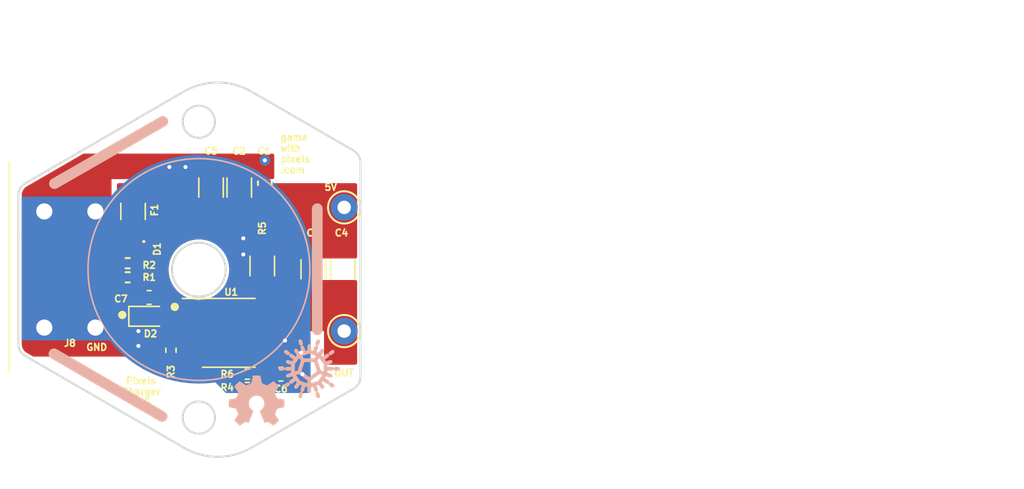
<source format=kicad_pcb>
(kicad_pcb (version 20211014) (generator pcbnew)
  (layers (0 "F.Cu" signal) (31 "B.Cu" signal) (34 "B.Paste" user) (35 "F.Paste" user) (36 "B.SilkS" user "B.Silkscreen") (37 "F.SilkS" user "F.Silkscreen") (38 "B.Mask" user) (39 "F.Mask" user) (44 "Edge.Cuts" user))
  (net 0 "")
  (net 1 "GND")
  (net 2 "VBUS")
  (net 3 "Net-(J8-PadA5)")
  (net 4 "Net-(J8-PadB5)")
  (net 5 "Net-(C3-Pad1)")
  (net 6 "+5V")
  (net 7 "Net-(C6-Pad2)")
  (net 8 "Net-(D2-Pad2)")
  (net 9 "Net-(R3-Pad1)")
  (net 10 "Net-(R3-Pad2)")
  (net 11 "GNDPWR")
  (footprint "Pixels-dice:USB-C-SMD_10P-P1.00-L6.8-W8.9" (layer "F.Cu") (at 140.3 101.52 180)
    (fp_text reference "J8" (at 0 -5.48) (layer "F.SilkS") (effects (font (size 0.5 0.5) (thickness 0.12))))
    (fp_text value "USB_C_Receptacle_USB2.0")
    (pad "A5" smd rect (at -2.05 0.5 270) (size 0.7 1.6) (layers "F.Cu" "F.Paste" "F.Mask") (net 3 "Net-(J8-PadA5)"))
    (pad "A9" smd rect (at -2.05 -1.52 270) (size 0.8 1.6) (layers "F.Cu" "F.Paste" "F.Mask") (net 2 "VBUS"))
    (pad "A12" smd rect (at -2.05 -2.75 270) (size 0.9 1.6) (layers "F.Cu" "F.Paste" "F.Mask") (net 1 "GND"))
    (pad "B5" smd rect (at -2.05 -0.5 270) (size 0.7 1.6) (layers "F.Cu" "F.Paste" "F.Mask") (net 4 "Net-(J8-PadB5)"))
    (pad "B9" smd rect (at -2.05 1.52 270) (size 0.8 1.6) (layers "F.Cu" "F.Paste" "F.Mask") (net 2 "VBUS"))
    (pad "B12" smd rect (at -2.05 2.75 270) (size 0.9 1.6) (layers "F.Cu" "F.Paste" "F.Mask") (net 1 "GND"))
    (pad "S1" thru_hole circle (at -1.9 4.32 180) (size 1.7 1.7) (drill 1.2) (layers *.Cu *.Mask) (net 1 "GND"))
    (pad "S1" thru_hole circle (at -1.9 -4.32 180) (size 1.7 1.7) (drill 1.2) (layers *.Cu *.Mask) (net 1 "GND"))
    (pad "S1" thru_hole circle (at 1.9 4.32 180) (size 1.7 1.7) (drill 1.2) (layers *.Cu *.Mask) (net 1 "GND"))
    (pad "S1" thru_hole circle (at 1.9 -4.32 180) (size 1.7 1.7) (drill 1.2) (layers *.Cu *.Mask) (net 1 "GND"))
  )
  (footprint "Resistor_SMD:R_0402_1005Metric" (layer "F.Cu") (at 144.6 101.05 180)
    (fp_text reference "R2" (at -1.6 -0.15 unlocked) (layer "F.SilkS") (effects (font (size 0.5 0.5) (thickness 0.12))))
    (fp_text value "5.1k 1%")
    (pad "1" smd roundrect locked (at -0.51 0 180) (size 0.54 0.64) (layers "F.Cu" "F.Paste" "F.Mask") (net 1 "GND"))
    (pad "2" smd roundrect locked (at 0.51 0 180) (size 0.54 0.64) (layers "F.Cu" "F.Paste" "F.Mask") (net 3 "Net-(J8-PadA5)"))
  )
  (footprint "TestPoint:TestPoint_THTPad_D2.0mm_Drill1.0mm" (layer "F.Cu") (at 160.7 96.9)
    (fp_text reference "J6" hide)
    (fp_text value "Coil B")
    (pad "1" thru_hole circle locked (at 0 0) (size 2 2) (drill 1) (layers *.Cu *.Mask) (net 6 "+5V"))
  )
  (footprint "TestPoint:TestPoint_THTPad_D2.0mm_Drill1.0mm" (layer "F.Cu") (at 160.7 106.1)
    (fp_text reference "J9" hide)
    (fp_text value "Coil A")
    (pad "1" thru_hole circle locked (at 0 0) (size 2 2) (drill 1) (layers *.Cu *.Mask) (net 5 "Net-(C3-Pad1)"))
  )
  (footprint "Capacitor_SMD:C_1206_3216Metric" (layer "F.Cu") (at 160.6 101.5 90)
    (fp_text reference "C4" (at 2.7 -0.1 180) (layer "F.SilkS") (effects (font (size 0.5 0.5) (thickness 0.12))))
    (fp_text value "56nF 50V NP0")
    (pad "1" smd roundrect (at -1.475 0 90) (size 1.15 1.8) (layers "F.Cu" "F.Paste" "F.Mask") (roundrect_rratio 0.2173913043) (net 5 "Net-(C3-Pad1)"))
    (pad "2" smd roundrect (at 1.475 0 90) (size 1.15 1.8) (layers "F.Cu" "F.Paste" "F.Mask") (roundrect_rratio 0.2173913043) (net 6 "+5V"))
  )
  (footprint "Capacitor_SMD:C_0603_1608Metric" (layer "F.Cu") (at 154.8 95.1 90)
    (fp_text reference "C1" (at 2.4 -0.05 unlocked) (layer "F.SilkS") (effects (font (size 0.5 0.5) (thickness 0.12))))
    (fp_text value "0.1uF 16V")
    (pad "1" smd roundrect (at -0.775 0 90) (size 0.9 0.95) (layers "F.Cu" "F.Paste" "F.Mask") (net 6 "+5V"))
    (pad "2" smd roundrect (at 0.775 0 90) (size 0.9 0.95) (layers "F.Cu" "F.Paste" "F.Mask") (net 1 "GND"))
  )
  (footprint "Capacitor_SMD:C_1206_3216Metric" (layer "F.Cu") (at 152.9 95.425 90)
    (fp_text reference "C2" (at 2.71 -0.02 unlocked) (layer "F.SilkS") (effects (font (size 0.5 0.5) (thickness 0.12))))
    (fp_text value "47uF 10V 20% X5R")
    (pad "1" smd roundrect (at -1.475 0 90) (size 1.15 1.8) (layers "F.Cu" "F.Paste" "F.Mask") (roundrect_rratio 0.2173913043) (net 6 "+5V"))
    (pad "2" smd roundrect (at 1.475 0 90) (size 1.15 1.8) (layers "F.Cu" "F.Paste" "F.Mask") (roundrect_rratio 0.2173913043) (net 1 "GND"))
  )
  (footprint "Resistor_SMD:R_0402_1005Metric" (layer "F.Cu") (at 153.5 110.3 180)
    (fp_text reference "R4" (at 1.5 0) (layer "F.SilkS") (effects (font (size 0.5 0.5) (thickness 0.12))))
    (fp_text value "120k 1%")
    (pad "1" smd roundrect (at -0.51 0 180) (size 0.54 0.64) (layers "F.Cu" "F.Paste" "F.Mask") (net 7 "Net-(C6-Pad2)"))
    (pad "2" smd roundrect (at 0.51 0 180) (size 0.54 0.64) (layers "F.Cu" "F.Paste" "F.Mask") (net 8 "Net-(D2-Pad2)"))
  )
  (footprint "Resistor_SMD:R_1206_3216Metric" (layer "F.Cu") (at 154.61 101.26 -90)
    (fp_text reference "R5" (at -2.8 0 90) (layer "F.SilkS") (effects (font (size 0.5 0.5) (thickness 0.12))))
    (fp_text value "0.4R")
    (pad "1" smd roundrect (at -1.4625 0 270) (size 1.125 1.75) (layers "F.Cu" "F.Paste" "F.Mask") (roundrect_rratio 0.2222222222) (net 1 "GND"))
    (pad "2" smd roundrect (at 1.4625 0 270) (size 1.125 1.75) (layers "F.Cu" "F.Paste" "F.Mask") (roundrect_rratio 0.2222222222) (net 11 "GNDPWR"))
  )
  (footprint "Resistor_SMD:R_0402_1005Metric" (layer "F.Cu") (at 144.6 102.1 180)
    (fp_text reference "R1" (at -1.6 0 unlocked) (layer "F.SilkS") (effects (font (size 0.5 0.5) (thickness 0.12))))
    (fp_text value "5.1k 1%")
    (pad "1" smd roundrect locked (at -0.51 0 180) (size 0.54 0.64) (layers "F.Cu" "F.Paste" "F.Mask") (net 1 "GND"))
    (pad "2" smd roundrect locked (at 0.51 0 180) (size 0.54 0.64) (layers "F.Cu" "F.Paste" "F.Mask") (net 4 "Net-(J8-PadB5)"))
  )
  (footprint "Resistor_SMD:R_0402_1005Metric" (layer "F.Cu") (at 147.82 107.525 90)
    (fp_text reference "R3" (at -1.6 0 90) (layer "F.SilkS") (effects (font (size 0.5 0.5) (thickness 0.12))))
    (fp_text value "250k 1%")
    (pad "1" smd roundrect (at -0.51 0 90) (size 0.54 0.64) (layers "F.Cu" "F.Paste" "F.Mask") (net 9 "Net-(R3-Pad1)"))
    (pad "2" smd roundrect (at 0.51 0 90) (size 0.54 0.64) (layers "F.Cu" "F.Paste" "F.Mask") (net 10 "Net-(R3-Pad2)"))
  )
  (footprint "Pixels-dice:DFN" (layer "F.Cu") (at 145.8 100.14 -90)
    (fp_text reference "D1" (at -0.14 -0.99 90) (layer "F.SilkS") (effects (font (size 0.5 0.5) (thickness 0.12))))
    (fp_text value "D_TVS")
    (pad "1" smd rect (at -0.325 0 270) (size 0.35 0.6) (layers "F.Cu" "F.Paste" "F.Mask") (net 2 "VBUS"))
    (pad "2" smd rect (at 0.325 0 270) (size 0.35 0.6) (layers "F.Cu" "F.Paste" "F.Mask") (net 1 "GND"))
  )
  (footprint "Pixels-dice:TEST_PIN" (layer "F.Cu") (at 160.7 108)
    (fp_text reference "W6" hide)
    (fp_text value "OUT" (at 0 1.2) (layer "F.SilkS") (effects (font (size 0.5 0.5) (thickness 0.12))))
    (pad "1" smd circle (at 0 0) (size 1 1) (layers "F.Cu" "F.Mask") (net 5 "Net-(C3-Pad1)"))
  )
  (footprint "Pixels-dice:SOIC-8_3.9x4.9mm_P1.27mm" (layer "F.Cu") (at 152.12 106.23 -90)
    (fp_text reference "U1" (at -3.03 -0.18) (layer "F.SilkS") (effects (font (size 0.5 0.5) (thickness 0.12))))
    (fp_text value "XKT520")
    (pad "1" smd roundrect (at -1.905 2.475) (size 1.95 0.6) (layers "F.Cu" "F.Paste" "F.Mask") (net 6 "+5V"))
    (pad "2" smd roundrect (at -0.635 2.475) (size 1.95 0.6) (layers "F.Cu" "F.Paste" "F.Mask") (net 8 "Net-(D2-Pad2)"))
    (pad "3" smd roundrect (at 0.635 2.475) (size 1.95 0.6) (layers "F.Cu" "F.Paste" "F.Mask") (net 10 "Net-(R3-Pad2)"))
    (pad "4" smd roundrect (at 1.905 2.475) (size 1.95 0.6) (layers "F.Cu" "F.Paste" "F.Mask") (net 9 "Net-(R3-Pad1)"))
    (pad "5" smd roundrect (at 1.905 -2.475) (size 1.95 0.6) (layers "F.Cu" "F.Paste" "F.Mask") (net 7 "Net-(C6-Pad2)"))
    (pad "6" smd roundrect (at 0.635 -2.475) (size 1.95 0.6) (layers "F.Cu" "F.Paste" "F.Mask") (net 1 "GND"))
    (pad "7" smd roundrect (at -0.635 -2.475) (size 1.95 0.6) (layers "F.Cu" "F.Paste" "F.Mask") (net 5 "Net-(C3-Pad1)"))
    (pad "8" smd roundrect (at -1.905 -2.475) (size 1.95 0.6) (layers "F.Cu" "F.Paste" "F.Mask") (net 11 "GNDPWR"))
  )
  (footprint "LED_SMD:LED_0603_1608Metric" (layer "F.Cu") (at 146.17 105)
    (fp_text reference "D2" (at 0.13 1.3) (layer "F.SilkS") (effects (font (size 0.5 0.5) (thickness 0.12))))
    (fp_text value "LED")
    (pad "1" smd roundrect (at -0.7875 0) (size 0.875 0.95) (layers "F.Cu" "F.Paste" "F.Mask") (net 1 "GND"))
    (pad "2" smd roundrect (at 0.7875 0) (size 0.875 0.95) (layers "F.Cu" "F.Paste" "F.Mask") (net 8 "Net-(D2-Pad2)"))
  )
  (footprint "Capacitor_SMD:C_0603_1608Metric" (layer "F.Cu") (at 156 109.3 180)
    (fp_text reference "C6" (at 0 -1.1) (layer "F.SilkS") (effects (font (size 0.5 0.5) (thickness 0.12))))
    (fp_text value "0.1uF 16V")
    (pad "1" smd roundrect (at -0.775 0 180) (size 0.9 0.95) (layers "F.Cu" "F.Paste" "F.Mask") (net 1 "GND"))
    (pad "2" smd roundrect (at 0.775 0 180) (size 0.9 0.95) (layers "F.Cu" "F.Paste" "F.Mask") (net 7 "Net-(C6-Pad2)"))
  )
  (footprint "Pixels-dice:TEST_PIN" (layer "F.Cu") (at 143.8 107.16)
    (fp_text reference "W5" hide)
    (fp_text value "GND" (at -1.5 0.14) (layer "F.SilkS") (effects (font (size 0.5 0.5) (thickness 0.12))))
    (pad "1" smd circle locked (at 0 0) (size 1 1) (layers "F.Cu" "F.Mask") (net 1 "GND"))
  )
  (footprint "Capacitor_SMD:C_0603_1608Metric" (layer "F.Cu") (at 146.2 103.6 180)
    (fp_text reference "C7" (at 2.1 -0.1) (layer "F.SilkS") (effects (font (size 0.5 0.5) (thickness 0.12))))
    (fp_text value "0.1uF 16V")
    (pad "1" smd roundrect (at -0.775 0 180) (size 0.9 0.95) (layers "F.Cu" "F.Paste" "F.Mask") (net 6 "+5V"))
    (pad "2" smd roundrect (at 0.775 0 180) (size 0.9 0.95) (layers "F.Cu" "F.Paste" "F.Mask") (net 1 "GND"))
  )
  (footprint "Fuse:Fuse_1206_3216Metric" (layer "F.Cu") (at 145 97.2 90)
    (fp_text reference "F1" (at 0.1 1.6 90) (layer "F.SilkS") (effects (font (size 0.5 0.5) (thickness 0.12))))
    (fp_text value "250mA 150mR")
    (pad "1" smd roundrect (at -1.4 0 90) (size 1.25 1.75) (layers "F.Cu" "F.Paste" "F.Mask") (roundrect_rratio 0.2) (net 2 "VBUS"))
    (pad "2" smd roundrect (at 1.4 0 90) (size 1.25 1.75) (layers "F.Cu" "F.Paste" "F.Mask") (roundrect_rratio 0.2) (net 6 "+5V"))
  )
  (footprint "Pixels-dice:TEST_PIN" (layer "F.Cu") (at 158.6 95.9)
    (fp_text reference "W1" hide)
    (fp_text value "5V" (at 1.1 -0.5) (layer "F.SilkS") (effects (font (size 0.5 0.5) (thickness 0.12))))
    (pad "1" smd circle locked (at 0 0) (size 1 1) (layers "F.Cu" "F.Mask") (net 6 "+5V"))
  )
  (footprint "Resistor_SMD:R_0402_1005Metric" (layer "F.Cu") (at 153.5 109.3 180)
    (fp_text reference "R6" (at 1.5 0) (layer "F.SilkS") (effects (font (size 0.5 0.5) (thickness 0.12))))
    (fp_text value "1.5k 1%")
    (pad "1" smd roundrect (at -0.51 0 180) (size 0.54 0.64) (layers "F.Cu" "F.Paste" "F.Mask") (net 7 "Net-(C6-Pad2)"))
    (pad "2" smd roundrect (at 0.51 0 180) (size 0.54 0.64) (layers "F.Cu" "F.Paste" "F.Mask") (net 11 "GNDPWR"))
  )
  (footprint "Capacitor_SMD:C_1206_3216Metric" (layer "F.Cu") (at 150.8 95.425 90)
    (fp_text reference "C5" (at 2.725 0 180) (layer "F.SilkS") (effects (font (size 0.5 0.5) (thickness 0.12))))
    (fp_text value "47uF 10V 20% X5R")
    (pad "1" smd roundrect (at -1.475 0 90) (size 1.15 1.8) (layers "F.Cu" "F.Paste" "F.Mask") (roundrect_rratio 0.2173913043) (net 6 "+5V"))
    (pad "2" smd roundrect (at 1.475 0 90) (size 1.15 1.8) (layers "F.Cu" "F.Paste" "F.Mask") (roundrect_rratio 0.2173913043) (net 1 "GND"))
  )
  (footprint "Capacitor_SMD:C_1206_3216Metric" (layer "F.Cu") (at 158.4 101.5 90)
    (fp_text reference "C3" (at 2.7 0 180) (layer "F.SilkS") (effects (font (size 0.5 0.5) (thickness 0.12))))
    (fp_text value "100nF 50V NP0")
    (pad "1" smd roundrect (at -1.475 0 90) (size 1.15 1.8) (layers "F.Cu" "F.Paste" "F.Mask") (roundrect_rratio 0.2173913043) (net 5 "Net-(C3-Pad1)"))
    (pad "2" smd roundrect (at 1.475 0 90) (size 1.15 1.8) (layers "F.Cu" "F.Paste" "F.Mask") (roundrect_rratio 0.2173913043) (net 6 "+5V"))
  )
  (footprint "LOGO" (layer "B.Cu") (at 158.1 108.9 180)
    (fp_text reference "G***" hide)
    (fp_text value "LOGO" hide)
  )
  (footprint "LOGO" (layer "B.Cu") (at 154.2 111.3 180)
    (fp_text reference "G***" hide)
    (fp_text value "LOGO" hide)
  )
  (footprint "Pixels-dice:TX Coil" (layer "B.Cu") (at 149.9 101.5 90)
    (fp_text reference "J1" hide)
    (fp_text value "TX_Coil")
  )
  (gr_line (start 139.12 107.79) (end 147.165 112.45) (layer "B.SilkS") (width 0.8))
  (gr_line (start 158.7 97) (end 158.7 106) (layer "B.SilkS") (width 0.8))
  (gr_line (start 139.16 95.13) (end 147.21 90.51) (layer "B.SilkS") (width 0.8))
  (gr_circle (center 149.9 101.52) (end 158.15 101.52) (layer "B.SilkS") (width 0.12) (fill none))
  (gr_circle (center 148.1 104.3) (end 148.35 104.3) (layer "F.SilkS") (width 0.12) (fill solid))
  (gr_circle (center 144.2 104.9) (end 144.45 104.9) (layer "F.SilkS") (width 0.12) (fill solid))
  (gr_circle (center 149.892726 90.53) (end 151.092726 90.53) (layer "Edge.Cuts") (width 0.15) (fill none))
  (gr_line (start 136.971498 95.12033) (end 148.786031 88.284754) (layer "Edge.Cuts") (width 0.15))
  (gr_circle (center 149.892726 101.53) (end 151.892726 101.53) (layer "Edge.Cuts") (width 0.15) (fill none))
  (gr_line (start 153.790162 114.777446) (end 161.389318 110.389693) (layer "Edge.Cuts") (width 0.15))
  (gr_arc (start 136.971498 107.939671) (mid 136.606038 107.573707) (end 136.472292 107.074104) (layer "Edge.Cuts") (width 0.15))
  (gr_arc (start 161.389318 92.670307) (mid 161.773595 93.054606) (end 161.914249 93.579554) (layer "Edge.Cuts") (width 0.15))
  (gr_arc (start 136.472292 95.985901) (mid 136.606037 95.486296) (end 136.971498 95.12033) (layer "Edge.Cuts") (width 0.15))
  (gr_line (start 161.914249 93.579554) (end 161.914249 109.480446) (layer "Edge.Cuts") (width 0.15))
  (gr_circle (center 149.892726 112.53) (end 151.092726 112.53) (layer "Edge.Cuts") (width 0.15) (fill none))
  (gr_line (start 148.786031 114.775246) (end 136.971498 107.939671) (layer "Edge.Cuts") (width 0.15))
  (gr_arc (start 153.790162 114.777446) (mid 151.287802 115.447412) (end 148.786031 114.775246) (layer "Edge.Cuts") (width 0.15))
  (gr_line (start 161.389318 92.670307) (end 153.790162 88.282554) (layer "Edge.Cuts") (width 0.15))
  (gr_arc (start 148.786031 88.284754) (mid 151.287802 87.612588) (end 153.790162 88.282554) (layer "Edge.Cuts") (width 0.15))
  (gr_arc (start 161.914249 109.480446) (mid 161.773595 110.005394) (end 161.389318 110.389693) (layer "Edge.Cuts") (width 0.15))
  (gr_line (start 136.472292 107.074104) (end 136.472292 95.985896) (layer "Edge.Cuts") (width 0.15))
  (gr_text "game\nwith\npixels\n.com" (at 155.9 92.9) (layer "F.SilkS") (effects (font (size 0.5 0.5) (thickness 0.12)) (justify left)))
  (gr_text "Pixels\nCharger\nV15" (at 145.6 110.6) (layer "F.SilkS") (effects (font (size 0.5 0.5) (thickness 0.12))))
  (segment (start 142.35 97.35) (end 142.2 97.2) (width 0.4) (layer "F.Cu") (net 1))
  (segment (start 142.35 105.69) (end 142.2 105.84) (width 0.5) (layer "F.Cu") (net 1))
  (segment (start 142.2 97.2) (end 138.4 97.2) (width 0.5) (layer "F.Cu") (net 1))
  (segment (start 142.35 104.27) (end 142.35 105.69) (width 0.5) (layer "F.Cu") (net 1))
  (segment (start 138.4 97.2) (end 138.4 105.84) (width 0.5) (layer "F.Cu") (net 1))
  (segment (start 142.35 98.77) (end 142.35 97.35) (width 0.5) (layer "F.Cu") (net 1))
  (segment (start 138.4 105.84) (end 142.2 105.84) (width 0.5) (layer "F.Cu") (net 1))
  (via (at 157.6 109.3) (size 0.8) (drill 0.3) (layers "F.Cu" "B.Cu") (net 1))
  (via (at 157.5 107.7) (size 0.8) (drill 0.3) (layers "F.Cu" "B.Cu") (net 1))
  (via (at 145.4 107.2) (size 0.8) (drill 0.3) (layers "F.Cu" "B.Cu") (net 1))
  (via (at 153.2 100.4) (size 0.8) (drill 0.3) (layers "F.Cu" "B.Cu") (net 1))
  (via (at 156.3 106.8) (size 0.8) (drill 0.3) (layers "F.Cu" "B.Cu") (net 1))
  (via (at 153.2 99.2) (size 0.8) (drill 0.3) (layers "F.Cu" "B.Cu") (net 1))
  (via (at 148.9 93.9) (size 0.8) (drill 0.3) (layers "F.Cu" "B.Cu") (net 1))
  (via (at 154.8 93.4) (size 0.8) (drill 0.3) (layers "F.Cu" "B.Cu") (net 1))
  (via (at 147.7 93.9) (size 0.8) (drill 0.3) (layers "F.Cu" "B.Cu") (net 1))
  (via (at 145.4 106.1) (size 0.8) (drill 0.3) (layers "F.Cu" "B.Cu") (net 1))
  (segment (start 140.65 102.75) (end 140.94 103.04) (width 0.4) (layer "F.Cu") (net 2))
  (segment (start 142.35 100) (end 141.05 100) (width 0.4) (layer "F.Cu") (net 2))
  (segment (start 141.05 100) (end 140.65 100.4) (width 0.4) (layer "F.Cu") (net 2))
  (segment (start 140.65 100.4) (end 140.65 102.75) (width 0.4) (layer "F.Cu") (net 2))
  (segment (start 140.94 103.04) (end 142.35 103.04) (width 0.4) (layer "F.Cu") (net 2))
  (segment (start 144.06 101.02) (end 144.09 101.05) (width 0.25) (layer "F.Cu") (net 3))
  (segment (start 142.35 101.02) (end 144.06 101.02) (width 0.25) (layer "F.Cu") (net 3))
  (segment (start 144.01 102.02) (end 144.09 102.1) (width 0.25) (layer "F.Cu") (net 4))
  (segment (start 142.35 102.02) (end 144.01 102.02) (width 0.25) (layer "F.Cu") (net 4))
  (segment (start 149.645 105.595) (end 147.5525 105.595) (width 0.5) (layer "F.Cu") (net 8))
  (segment (start 152.1 110.3) (end 151.26 109.46) (width 0.5) (layer "F.Cu") (net 8))
  (segment (start 152.99 110.3) (end 152.1 110.3) (width 0.5) (layer "F.Cu") (net 8))
  (segment (start 151.26 106.1) (end 150.755 105.595) (width 0.5) (layer "F.Cu") (net 8))
  (segment (start 147.5525 105.595) (end 146.9575 105) (width 0.5) (layer "F.Cu") (net 8))
  (segment (start 150.755 105.595) (end 149.645 105.595) (width 0.5) (layer "F.Cu") (net 8))
  (segment (start 151.26 109.46) (end 151.26 106.1) (width 0.5) (layer "F.Cu") (net 8))
  (segment (start 147.92 108.135) (end 147.82 108.035) (width 0.25) (layer "F.Cu") (net 9))
  (segment (start 149.645 108.135) (end 147.92 108.135) (width 0.25) (layer "F.Cu") (net 9))
  (segment (start 147.97 106.865) (end 147.82 107.015) (width 0.25) (layer "F.Cu") (net 10))
  (segment (start 149.645 106.865) (end 147.97 106.865) (width 0.25) (layer "F.Cu") (net 10))
  (zone (net 1) (net_name "GND") (layer "F.Cu") (connect_pads yes (clearance 0.25)) (min_thickness 0.254) (fill yes (thermal_gap 0.508) (thermal_bridge_width 0.508))
    (polygon (pts (xy 146.1 108) (xy 144.8 108) (xy 144.8 100.3) (xy 146.1 100.3)))
  )
  (zone (net 7) (net_name "Net-(C6-Pad2)") (layer "F.Cu") (connect_pads yes (clearance 0.25)) (min_thickness 0.254) (fill yes (thermal_gap 0.508) (thermal_bridge_width 0.508))
    (polygon (pts (xy 155.8 110.7) (xy 153.6 110.7) (xy 153.6 107.7) (xy 155.8 107.7)))
  )
  (zone (net 11) (net_name "GNDPWR") (layer "F.Cu") (connect_pads yes (clearance 0.25)) (min_thickness 0.254) (fill yes (thermal_gap 0.508) (thermal_bridge_width 0.508))
    (polygon (pts (xy 155.7 104.8) (xy 153.4 104.8) (xy 153.4 109.7) (xy 151.8 109.7) (xy 151.8 102) (xy 155.7 102)))
  )
  (zone (net 1) (net_name "GND") (layer "F.Cu") (connect_pads yes (clearance 0.25)) (min_thickness 0.254) (fill yes (thermal_gap 0.508) (thermal_bridge_width 0.508))
    (polygon (pts (xy 155.5 92.9) (xy 155.5 94.8) (xy 144.1 94.8) (xy 143.4 94.8) (xy 143.4 99.3) (xy 136.5 99.3) (xy 136.5 95.2) (xy 140.4 92.9)))
  )
  (zone (net 6) (net_name "+5V") (layer "F.Cu") (connect_pads yes (clearance 0.25)) (min_thickness 0.254) (fill yes (thermal_gap 0.508) (thermal_bridge_width 0.508))
    (polygon (pts (xy 150.6 97.4) (xy 150.6 104.8) (xy 148 104.8) (xy 147.3 104.1) (xy 146.4 104.1) (xy 146.4 97.4) (xy 148 97.4)))
  )
  (zone (net 2) (net_name "VBUS") (layer "F.Cu") (connect_pads yes (clearance 0.25)) (min_thickness 0.254) (fill yes (thermal_gap 0.508) (thermal_bridge_width 0.508))
    (polygon (pts (xy 146.1 99.7) (xy 145.8 100) (xy 144.8 100) (xy 144.4 100.4) (xy 141.5 100.4) (xy 141.5 99.6) (xy 143.8 99.6) (xy 143.8 97.8) (xy 146.1 97.8)))
  )
  (zone (net 1) (net_name "GND") (layer "F.Cu") (connect_pads yes (clearance 0.25)) (min_thickness 0.254) (fill yes (thermal_gap 0.508) (thermal_bridge_width 0.508))
    (polygon (pts (xy 155.6 100.9) (xy 152.6 100.9) (xy 152.6 98.7) (xy 155.6 98.7)))
  )
  (zone (net 1) (net_name "GND") (layer "F.Cu") (connect_pads yes (clearance 0.25)) (min_thickness 0.254) (fill yes (thermal_gap 0.508) (thermal_bridge_width 0.508))
    (polygon (pts (xy 140.7 103.8) (xy 136.5 103.8) (xy 136.5 99.2) (xy 140.7 99.2)))
  )
  (zone (net 5) (net_name "Net-(C3-Pad1)") (layer "F.Cu") (connect_pads yes (clearance 0.25)) (min_thickness 0.254) (fill yes (thermal_gap 0.508) (thermal_bridge_width 0.508))
    (polygon (pts (xy 161.9 108.6) (xy 159.2 108.6) (xy 159.2 106.1) (xy 153.6 106.1) (xy 153.6 105.1) (xy 156.8 105.1) (xy 156.8 102.3) (xy 161.9 102.3)))
  )
  (zone (net 6) (net_name "+5V") (layer "F.Cu") (connect_pads yes (clearance 0.25)) (min_thickness 0.254) (fill yes (thermal_gap 0.508) (thermal_bridge_width 0.508))
    (polygon (pts (xy 161.7 100.7) (xy 156.8 100.7) (xy 156.8 97.4) (xy 161.7 97.4)))
  )
  (zone (net 1) (net_name "GND") (layer "F.Cu") (connect_pads yes (clearance 0.25)) (min_thickness 0.254) (fill yes (thermal_gap 0.508) (thermal_bridge_width 0.508))
    (polygon (pts (xy 158.2 110.7) (xy 156.1 110.7) (xy 156.1 107.4) (xy 153.6 107.4) (xy 153.6 106.3) (xy 158.2 106.3)))
  )
  (zone (net 1) (net_name "GND") (layer "F.Cu") (connect_pads yes (clearance 0.25)) (min_thickness 0.254) (fill yes (thermal_gap 0.508) (thermal_bridge_width 0.508))
    (polygon (pts (xy 145.85 108) (xy 136.45 108) (xy 136.45 103.7) (xy 145.85 103.7)))
  )
  (zone (net 6) (net_name "+5V") (layer "F.Cu") (connect_pads yes (clearance 0.25)) (min_thickness 0.254) (fill yes (thermal_gap 0.508) (thermal_bridge_width 0.508))
    (polygon (pts (xy 161.95 97.5) (xy 143.8 97.5) (xy 143.8 95.1) (xy 161.95 95.1)))
  )
  (zone (net 8) (net_name "Net-(D2-Pad2)") (layer "F.Cu") (connect_pads yes (clearance 0.25)) (min_thickness 0.254) (fill yes (thermal_gap 0.508) (thermal_bridge_width 0.508))
    (polygon (pts (xy 148 105.2) (xy 150.9 105.2) (xy 151.6 105.9) (xy 151.6 109.4) (xy 152.1 109.9) (xy 153.4 109.9) (xy 153.4 110.7) (xy 151.9 110.7) (xy 150.9 109.6) (xy 150.9 106.2) (xy 150.7 106) (xy 146.9 106) (xy 146.4 105.5) (xy 146.4 104.5) (xy 147.3 104.5)))
  )
  (zone (net 1) (net_name "GND") (layer "B.Cu") (connect_pads yes (clearance 0.25)) (min_thickness 0.254) (fill yes (thermal_gap 0.508) (thermal_bridge_width 0.508))
    (polygon (pts (xy 158.2 110.7) (xy 156.3 110.7) (xy 151.9 110.7) (xy 150.9 109.7) (xy 150.9 102.8) (xy 158.2 102.8)))
  )
  (zone (net 1) (net_name "GND") (layer "B.Cu") (connect_pads yes (clearance 0.25)) (min_thickness 0.254) (fill yes (thermal_gap 0.508) (thermal_bridge_width 0.508))
    (polygon (pts (xy 158.404958 101.5) (xy 158.385263 100.921533) (xy 158.326269 100.345745) (xy 158.228249 99.775303) (xy 158.091657 99.212848) (xy 157.917126 98.660987) (xy 157.705465 98.122274) (xy 157.457652 97.599205) (xy 157.174837 97.094202) (xy 156.858329 96.609604) (xy 156.509594 96.147657) (xy 156.130247 95.710498) (xy 155.722044 95.300152) (xy 155.286878 94.918522) (xy 154.826762 94.567372) (xy 154.343828 94.248331) (xy 153.840313 93.962876) (xy 153.318549 93.712328) (xy 152.780952 93.497849) (xy 152.230012 93.320431) (xy 151.66828 93.180896) (xy 151.098359 93.07989) (xy 150.522888 93.017882) (xy 149.944532 92.995159) (xy 149.365969 93.011825) (xy 148.78988 93.067803) (xy 148.218933 93.162835) (xy 147.655771 93.29648) (xy 147.103003 93.468119) (xy 146.563189 93.676957) (xy 146.03883 93.922027) (xy 145.532353 94.202194) (xy 145.046105 94.51616) (xy 144.582337 94.862472) (xy 144.143198 95.239525) (xy 143.730721 95.645573) (xy 143.346817 96.078736) (xy 142.993264 96.537007) (xy 142.671698 97.018263) (xy 142.38361 97.520277) (xy 142.130334 98.040722) (xy 141.913043 98.577189) (xy 141.732743 99.127192) (xy 141.590268 99.688186) (xy 141.48628 100.25757) (xy 141.42126 100.832709) (xy 141.395508 101.410938) (xy 141.409145 101.98958) (xy 141.462106 102.565954) (xy 141.554147 103.137391) (xy 141.684841 103.701245) (xy 141.853584 104.254904) (xy 142.059593 104.795804) (xy 142.301914 105.321439) (xy 142.579425 105.829376) (xy 142.890841 106.317261) (xy 143.23472 106.782836) (xy 143.609469 107.223943) (xy 144.013351 107.63854) (xy 144.444498 108.024707) (xy 144.900911 108.380656) (xy 145.380477 108.704736) (xy 145.880976 108.995449) (xy 146.400088 109.251447) (xy 146.935409 109.471544) (xy 147.484461 109.654722) (xy 148.044701 109.800131) (xy 148.613533 109.907099) (xy 149.188323 109.97513) (xy 149.76641 110.003909) (xy 150.345115 109.993302) (xy 150.921759 109.943359) (xy 151.49367 109.854312) (xy 152.058201 109.726572) (xy 152.612736 109.560731) (xy 153.154707 109.357557) (xy 153.681604 109.117991) (xy 154.190986 108.843143) (xy 154.680496 108.534286) (xy 155.147864 108.192849) (xy 155.590928 107.820416) (xy 156.007634 107.418709) (xy 156.396053 106.989591) (xy 156.754386 106.535047) (xy 157.080974 106.057184) (xy 157.374303 105.558215) (xy 157.633015 105.040451) (xy 157.855912 104.506289) (xy 158.041962 103.958203) (xy 158.190303 103.398733) (xy 158.300248 102.830469) (xy 158.371287 102.256042) (xy 158.403093 101.678114)))
  )
  (zone (net 1) (net_name "GND") (layer "B.Cu") (connect_pads yes (clearance 0.25)) (min_thickness 0.254) (fill yes (thermal_gap 0.508) (thermal_bridge_width 0.508))
    (polygon (pts (xy 143.7 106.8) (xy 136 106.8) (xy 136 96.1) (xy 143.7 96.1)))
  )
)
</source>
